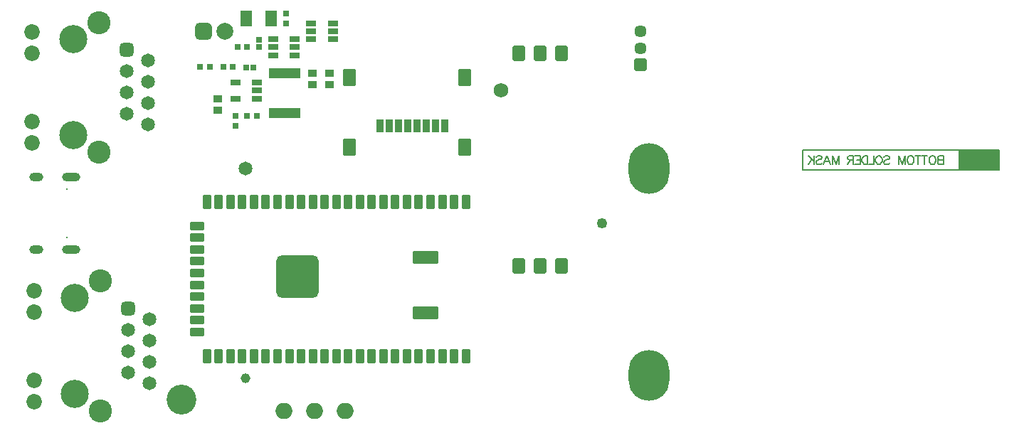
<source format=gbs>
G04*
G04 #@! TF.GenerationSoftware,Altium Limited,Altium Designer,20.0.2 (26)*
G04*
G04 Layer_Color=16711935*
%FSLAX44Y44*%
%MOMM*%
G71*
G01*
G75*
%ADD10C,0.2000*%
%ADD13C,0.1270*%
%ADD14R,4.8260X2.4130*%
%ADD41R,0.8000X0.6500*%
G04:AMPARAMS|DCode=43|XSize=0.69mm|YSize=0.65mm|CornerRadius=0.07mm|HoleSize=0mm|Usage=FLASHONLY|Rotation=0.000|XOffset=0mm|YOffset=0mm|HoleType=Round|Shape=RoundedRectangle|*
%AMROUNDEDRECTD43*
21,1,0.6900,0.5100,0,0,0.0*
21,1,0.5500,0.6500,0,0,0.0*
1,1,0.1400,0.2750,-0.2550*
1,1,0.1400,-0.2750,-0.2550*
1,1,0.1400,-0.2750,0.2550*
1,1,0.1400,0.2750,0.2550*
%
%ADD43ROUNDEDRECTD43*%
G04:AMPARAMS|DCode=46|XSize=0.69mm|YSize=0.65mm|CornerRadius=0.07mm|HoleSize=0mm|Usage=FLASHONLY|Rotation=270.000|XOffset=0mm|YOffset=0mm|HoleType=Round|Shape=RoundedRectangle|*
%AMROUNDEDRECTD46*
21,1,0.6900,0.5100,0,0,270.0*
21,1,0.5500,0.6500,0,0,270.0*
1,1,0.1400,-0.2550,-0.2750*
1,1,0.1400,-0.2550,0.2750*
1,1,0.1400,0.2550,0.2750*
1,1,0.1400,0.2550,-0.2750*
%
%ADD46ROUNDEDRECTD46*%
%ADD47R,0.6500X0.8000*%
%ADD63R,1.3500X1.8500*%
%ADD67C,1.4500*%
G04:AMPARAMS|DCode=68|XSize=1.45mm|YSize=1.45mm|CornerRadius=0.165mm|HoleSize=0mm|Usage=FLASHONLY|Rotation=90.000|XOffset=0mm|YOffset=0mm|HoleType=Round|Shape=RoundedRectangle|*
%AMROUNDEDRECTD68*
21,1,1.4500,1.1200,0,0,90.0*
21,1,1.1200,1.4500,0,0,90.0*
1,1,0.3300,0.5600,0.5600*
1,1,0.3300,0.5600,-0.5600*
1,1,0.3300,-0.5600,-0.5600*
1,1,0.3300,-0.5600,0.5600*
%
%ADD68ROUNDEDRECTD68*%
%ADD69C,1.2500*%
%ADD70C,1.7500*%
%ADD71C,3.5500*%
%ADD72O,4.8500X6.0500*%
%ADD73C,1.6500*%
%ADD74C,1.1500*%
%ADD75C,2.0000*%
G04:AMPARAMS|DCode=76|XSize=2mm|YSize=2mm|CornerRadius=0.5mm|HoleSize=0mm|Usage=FLASHONLY|Rotation=180.000|XOffset=0mm|YOffset=0mm|HoleType=Round|Shape=RoundedRectangle|*
%AMROUNDEDRECTD76*
21,1,2.0000,1.0000,0,0,180.0*
21,1,1.0000,2.0000,0,0,180.0*
1,1,1.0000,-0.5000,0.5000*
1,1,1.0000,0.5000,0.5000*
1,1,1.0000,0.5000,-0.5000*
1,1,1.0000,-0.5000,-0.5000*
%
%ADD76ROUNDEDRECTD76*%
%ADD77O,2.0000X1.9500*%
%ADD78C,0.3000*%
%ADD79O,2.1500X1.0500*%
%ADD80O,1.6500X1.0500*%
%ADD81C,3.3500*%
%ADD82C,2.7500*%
%ADD83C,1.8500*%
G04:AMPARAMS|DCode=84|XSize=1.65mm|YSize=1.65mm|CornerRadius=0.425mm|HoleSize=0mm|Usage=FLASHONLY|Rotation=90.000|XOffset=0mm|YOffset=0mm|HoleType=Round|Shape=RoundedRectangle|*
%AMROUNDEDRECTD84*
21,1,1.6500,0.8000,0,0,90.0*
21,1,0.8000,1.6500,0,0,90.0*
1,1,0.8500,0.4000,0.4000*
1,1,0.8500,0.4000,-0.4000*
1,1,0.8500,-0.4000,-0.4000*
1,1,0.8500,-0.4000,0.4000*
%
%ADD84ROUNDEDRECTD84*%
G04:AMPARAMS|DCode=122|XSize=1.85mm|YSize=1.45mm|CornerRadius=0.13mm|HoleSize=0mm|Usage=FLASHONLY|Rotation=270.000|XOffset=0mm|YOffset=0mm|HoleType=Round|Shape=RoundedRectangle|*
%AMROUNDEDRECTD122*
21,1,1.8500,1.1900,0,0,270.0*
21,1,1.5900,1.4500,0,0,270.0*
1,1,0.2600,-0.5950,-0.7950*
1,1,0.2600,-0.5950,0.7950*
1,1,0.2600,0.5950,0.7950*
1,1,0.2600,0.5950,-0.7950*
%
%ADD122ROUNDEDRECTD122*%
G04:AMPARAMS|DCode=123|XSize=1.25mm|YSize=0.7mm|CornerRadius=0.09mm|HoleSize=0mm|Usage=FLASHONLY|Rotation=180.000|XOffset=0mm|YOffset=0mm|HoleType=Round|Shape=RoundedRectangle|*
%AMROUNDEDRECTD123*
21,1,1.2500,0.5200,0,0,180.0*
21,1,1.0700,0.7000,0,0,180.0*
1,1,0.1800,-0.5350,0.2600*
1,1,0.1800,0.5350,0.2600*
1,1,0.1800,0.5350,-0.2600*
1,1,0.1800,-0.5350,-0.2600*
%
%ADD123ROUNDEDRECTD123*%
%ADD124R,1.0500X0.9500*%
G04:AMPARAMS|DCode=125|XSize=1.65mm|YSize=0.95mm|CornerRadius=0.0925mm|HoleSize=0mm|Usage=FLASHONLY|Rotation=90.000|XOffset=0mm|YOffset=0mm|HoleType=Round|Shape=RoundedRectangle|*
%AMROUNDEDRECTD125*
21,1,1.6500,0.7650,0,0,90.0*
21,1,1.4650,0.9500,0,0,90.0*
1,1,0.1850,0.3825,0.7325*
1,1,0.1850,0.3825,-0.7325*
1,1,0.1850,-0.3825,-0.7325*
1,1,0.1850,-0.3825,0.7325*
%
%ADD125ROUNDEDRECTD125*%
G04:AMPARAMS|DCode=126|XSize=1.65mm|YSize=0.95mm|CornerRadius=0.0925mm|HoleSize=0mm|Usage=FLASHONLY|Rotation=180.000|XOffset=0mm|YOffset=0mm|HoleType=Round|Shape=RoundedRectangle|*
%AMROUNDEDRECTD126*
21,1,1.6500,0.7650,0,0,180.0*
21,1,1.4650,0.9500,0,0,180.0*
1,1,0.1850,-0.7325,0.3825*
1,1,0.1850,0.7325,0.3825*
1,1,0.1850,0.7325,-0.3825*
1,1,0.1850,-0.7325,-0.3825*
%
%ADD126ROUNDEDRECTD126*%
G04:AMPARAMS|DCode=127|XSize=1.55mm|YSize=3.05mm|CornerRadius=0.175mm|HoleSize=0mm|Usage=FLASHONLY|Rotation=270.000|XOffset=0mm|YOffset=0mm|HoleType=Round|Shape=RoundedRectangle|*
%AMROUNDEDRECTD127*
21,1,1.5500,2.7000,0,0,270.0*
21,1,1.2000,3.0500,0,0,270.0*
1,1,0.3500,-1.3500,-0.6000*
1,1,0.3500,-1.3500,0.6000*
1,1,0.3500,1.3500,0.6000*
1,1,0.3500,1.3500,-0.6000*
%
%ADD127ROUNDEDRECTD127*%
G04:AMPARAMS|DCode=128|XSize=5.05mm|YSize=5.05mm|CornerRadius=0.65mm|HoleSize=0mm|Usage=FLASHONLY|Rotation=270.000|XOffset=0mm|YOffset=0mm|HoleType=Round|Shape=RoundedRectangle|*
%AMROUNDEDRECTD128*
21,1,5.0500,3.7500,0,0,270.0*
21,1,3.7500,5.0500,0,0,270.0*
1,1,1.3000,-1.8750,-1.8750*
1,1,1.3000,-1.8750,1.8750*
1,1,1.3000,1.8750,1.8750*
1,1,1.3000,1.8750,-1.8750*
%
%ADD128ROUNDEDRECTD128*%
G04:AMPARAMS|DCode=129|XSize=1.5mm|YSize=2.05mm|CornerRadius=0.1338mm|HoleSize=0mm|Usage=FLASHONLY|Rotation=180.000|XOffset=0mm|YOffset=0mm|HoleType=Round|Shape=RoundedRectangle|*
%AMROUNDEDRECTD129*
21,1,1.5000,1.7825,0,0,180.0*
21,1,1.2325,2.0500,0,0,180.0*
1,1,0.2675,-0.6163,0.8913*
1,1,0.2675,0.6163,0.8913*
1,1,0.2675,0.6163,-0.8913*
1,1,0.2675,-0.6163,-0.8913*
%
%ADD129ROUNDEDRECTD129*%
G04:AMPARAMS|DCode=130|XSize=0.85mm|YSize=1.55mm|CornerRadius=0.085mm|HoleSize=0mm|Usage=FLASHONLY|Rotation=180.000|XOffset=0mm|YOffset=0mm|HoleType=Round|Shape=RoundedRectangle|*
%AMROUNDEDRECTD130*
21,1,0.8500,1.3800,0,0,180.0*
21,1,0.6800,1.5500,0,0,180.0*
1,1,0.1700,-0.3400,0.6900*
1,1,0.1700,0.3400,0.6900*
1,1,0.1700,0.3400,-0.6900*
1,1,0.1700,-0.3400,-0.6900*
%
%ADD130ROUNDEDRECTD130*%
%ADD131R,3.7500X1.1500*%
G54D10*
X1940495Y1327670D02*
X2174175D01*
X1940495Y1303540D02*
X2174175D01*
X1940495D02*
Y1327670D01*
X2174175Y1303540D02*
Y1327670D01*
G54D13*
X2108134Y1320556D02*
Y1310398D01*
Y1320556D02*
X2103781D01*
X2102330Y1320072D01*
X2101846Y1319588D01*
X2101363Y1318621D01*
Y1317654D01*
X2101846Y1316686D01*
X2102330Y1316203D01*
X2103781Y1315719D01*
X2108134D02*
X2103781D01*
X2102330Y1315235D01*
X2101846Y1314751D01*
X2101363Y1313784D01*
Y1312333D01*
X2101846Y1311365D01*
X2102330Y1310882D01*
X2103781Y1310398D01*
X2108134D01*
X2096187Y1320556D02*
X2097154Y1320072D01*
X2098122Y1319105D01*
X2098605Y1318137D01*
X2099089Y1316686D01*
Y1314268D01*
X2098605Y1312817D01*
X2098122Y1311849D01*
X2097154Y1310882D01*
X2096187Y1310398D01*
X2094252D01*
X2093285Y1310882D01*
X2092317Y1311849D01*
X2091834Y1312817D01*
X2091350Y1314268D01*
Y1316686D01*
X2091834Y1318137D01*
X2092317Y1319105D01*
X2093285Y1320072D01*
X2094252Y1320556D01*
X2096187D01*
X2085594D02*
Y1310398D01*
X2088980Y1320556D02*
X2082208D01*
X2077613D02*
Y1310398D01*
X2080999Y1320556D02*
X2074227D01*
X2070115D02*
X2071083Y1320072D01*
X2072050Y1319105D01*
X2072534Y1318137D01*
X2073017Y1316686D01*
Y1314268D01*
X2072534Y1312817D01*
X2072050Y1311849D01*
X2071083Y1310882D01*
X2070115Y1310398D01*
X2068181D01*
X2067213Y1310882D01*
X2066246Y1311849D01*
X2065762Y1312817D01*
X2065278Y1314268D01*
Y1316686D01*
X2065762Y1318137D01*
X2066246Y1319105D01*
X2067213Y1320072D01*
X2068181Y1320556D01*
X2070115D01*
X2062908D02*
Y1310398D01*
Y1320556D02*
X2059038Y1310398D01*
X2055169Y1320556D02*
X2059038Y1310398D01*
X2055169Y1320556D02*
Y1310398D01*
X2037513Y1319105D02*
X2038481Y1320072D01*
X2039932Y1320556D01*
X2041867D01*
X2043318Y1320072D01*
X2044285Y1319105D01*
Y1318137D01*
X2043802Y1317170D01*
X2043318Y1316686D01*
X2042351Y1316203D01*
X2039448Y1315235D01*
X2038481Y1314751D01*
X2037997Y1314268D01*
X2037513Y1313300D01*
Y1311849D01*
X2038481Y1310882D01*
X2039932Y1310398D01*
X2041867D01*
X2043318Y1310882D01*
X2044285Y1311849D01*
X2032338Y1320556D02*
X2033305Y1320072D01*
X2034273Y1319105D01*
X2034756Y1318137D01*
X2035240Y1316686D01*
Y1314268D01*
X2034756Y1312817D01*
X2034273Y1311849D01*
X2033305Y1310882D01*
X2032338Y1310398D01*
X2030403D01*
X2029436Y1310882D01*
X2028468Y1311849D01*
X2027984Y1312817D01*
X2027501Y1314268D01*
Y1316686D01*
X2027984Y1318137D01*
X2028468Y1319105D01*
X2029436Y1320072D01*
X2030403Y1320556D01*
X2032338D01*
X2025131D02*
Y1310398D01*
X2019326D01*
X2018214Y1320556D02*
Y1310398D01*
Y1320556D02*
X2014828D01*
X2013377Y1320072D01*
X2012409Y1319105D01*
X2011926Y1318137D01*
X2011442Y1316686D01*
Y1314268D01*
X2011926Y1312817D01*
X2012409Y1311849D01*
X2013377Y1310882D01*
X2014828Y1310398D01*
X2018214D01*
X2002880Y1320556D02*
X2009168D01*
Y1310398D01*
X2002880D01*
X2009168Y1315719D02*
X2005299D01*
X2001187Y1320556D02*
Y1310398D01*
Y1320556D02*
X1996834D01*
X1995383Y1320072D01*
X1994899Y1319588D01*
X1994415Y1318621D01*
Y1317654D01*
X1994899Y1316686D01*
X1995383Y1316203D01*
X1996834Y1315719D01*
X2001187D01*
X1997801D02*
X1994415Y1310398D01*
X1984161Y1320556D02*
Y1310398D01*
Y1320556D02*
X1980291Y1310398D01*
X1976422Y1320556D02*
X1980291Y1310398D01*
X1976422Y1320556D02*
Y1310398D01*
X1965780D02*
X1969650Y1320556D01*
X1973519Y1310398D01*
X1972068Y1313784D02*
X1967231D01*
X1956638Y1319105D02*
X1957605Y1320072D01*
X1959056Y1320556D01*
X1960991D01*
X1962442Y1320072D01*
X1963410Y1319105D01*
Y1318137D01*
X1962926Y1317170D01*
X1962442Y1316686D01*
X1961475Y1316203D01*
X1958573Y1315235D01*
X1957605Y1314751D01*
X1957122Y1314268D01*
X1956638Y1313300D01*
Y1311849D01*
X1957605Y1310882D01*
X1959056Y1310398D01*
X1960991D01*
X1962442Y1310882D01*
X1963410Y1311849D01*
X1954364Y1320556D02*
Y1310398D01*
X1947593Y1320556D02*
X1954364Y1313784D01*
X1951946Y1316203D02*
X1947593Y1310398D01*
G54D14*
X2150045Y1315605D02*
D03*
G54D41*
X1268500Y1450000D02*
D03*
X1280000D02*
D03*
X1251500Y1426200D02*
D03*
X1263000D02*
D03*
X1223750D02*
D03*
X1235250D02*
D03*
X1291250Y1368500D02*
D03*
X1279750D02*
D03*
G54D43*
X1294250Y1450100D02*
D03*
Y1458900D02*
D03*
G54D46*
X1278350Y1426000D02*
D03*
X1287150D02*
D03*
G54D47*
X1326000Y1478250D02*
D03*
Y1489750D02*
D03*
X1265750Y1356250D02*
D03*
Y1367750D02*
D03*
G54D63*
X1308000Y1484000D02*
D03*
X1279000D02*
D03*
G54D67*
X1747500Y1468750D02*
D03*
Y1448750D02*
D03*
G54D68*
Y1428750D02*
D03*
G54D69*
X1702000Y1240200D02*
D03*
G54D70*
X1582000Y1398200D02*
D03*
G54D71*
X1202000Y1030000D02*
D03*
G54D72*
X1758000Y1059500D02*
D03*
Y1305500D02*
D03*
G54D73*
X1278000D02*
D03*
X1161950Y1357550D02*
D03*
X1136550Y1370250D02*
D03*
X1161950Y1382950D02*
D03*
X1136550Y1395650D02*
D03*
X1161950Y1408350D02*
D03*
X1136550Y1421050D02*
D03*
X1161950Y1433750D02*
D03*
X1163950Y1049550D02*
D03*
X1138550Y1062250D02*
D03*
X1163950Y1074950D02*
D03*
X1138550Y1087650D02*
D03*
X1163950Y1100350D02*
D03*
X1138550Y1113050D02*
D03*
X1163950Y1125750D02*
D03*
G54D74*
X1278000Y1055500D02*
D03*
G54D75*
X1253000Y1469250D02*
D03*
G54D76*
X1228000D02*
D03*
G54D77*
X1396091Y1016950D02*
D03*
X1360000Y1017000D02*
D03*
X1324000D02*
D03*
G54D78*
X1065700Y1280900D02*
D03*
Y1223100D02*
D03*
G54D79*
X1070700Y1208750D02*
D03*
Y1295250D02*
D03*
G54D80*
X1028900Y1208750D02*
D03*
Y1295250D02*
D03*
G54D81*
X1073050Y1344850D02*
D03*
Y1459150D02*
D03*
X1075050Y1036850D02*
D03*
Y1151150D02*
D03*
G54D82*
X1103550Y1324550D02*
D03*
Y1479450D02*
D03*
X1105550Y1016550D02*
D03*
Y1171450D02*
D03*
G54D83*
X1024050Y1335750D02*
D03*
Y1361150D02*
D03*
Y1442850D02*
D03*
Y1468250D02*
D03*
X1026050Y1027750D02*
D03*
Y1053150D02*
D03*
Y1134850D02*
D03*
Y1160250D02*
D03*
G54D84*
X1136550Y1446450D02*
D03*
X1138550Y1138450D02*
D03*
G54D122*
X1603000Y1189500D02*
D03*
X1628400D02*
D03*
X1653800D02*
D03*
X1603000Y1442500D02*
D03*
X1628400D02*
D03*
X1653800D02*
D03*
G54D123*
X1336700Y1440500D02*
D03*
Y1459500D02*
D03*
Y1450000D02*
D03*
X1310700Y1440500D02*
D03*
Y1459500D02*
D03*
Y1450000D02*
D03*
X1355750Y1478500D02*
D03*
Y1459500D02*
D03*
Y1469000D02*
D03*
X1381750Y1478500D02*
D03*
Y1459500D02*
D03*
Y1469000D02*
D03*
X1265750Y1407750D02*
D03*
Y1388750D02*
D03*
X1291750Y1398250D02*
D03*
Y1407750D02*
D03*
Y1388750D02*
D03*
G54D124*
X1245250Y1374750D02*
D03*
Y1388250D02*
D03*
X1357250Y1405750D02*
D03*
Y1419250D02*
D03*
X1377750Y1405750D02*
D03*
Y1419250D02*
D03*
G54D125*
X1344000Y1266000D02*
D03*
X1526000D02*
D03*
X1512000D02*
D03*
X1498000D02*
D03*
X1484000D02*
D03*
X1470000D02*
D03*
X1456000D02*
D03*
X1442000D02*
D03*
X1428000D02*
D03*
X1414000D02*
D03*
X1400000D02*
D03*
X1386000D02*
D03*
X1372000D02*
D03*
X1358000D02*
D03*
X1274000D02*
D03*
X1260000D02*
D03*
X1246000D02*
D03*
X1232000D02*
D03*
X1232000Y1082000D02*
D03*
X1246000D02*
D03*
X1260000D02*
D03*
X1274000D02*
D03*
X1288000D02*
D03*
X1302000D02*
D03*
X1316000D02*
D03*
X1330000D02*
D03*
X1344000D02*
D03*
X1358000D02*
D03*
X1372000D02*
D03*
X1386000D02*
D03*
X1400000D02*
D03*
X1414000D02*
D03*
X1428000D02*
D03*
X1442000D02*
D03*
X1456000D02*
D03*
X1470000D02*
D03*
X1498000D02*
D03*
X1512000D02*
D03*
X1526000D02*
D03*
X1540000D02*
D03*
X1540000Y1266000D02*
D03*
X1484000Y1082000D02*
D03*
X1302000Y1266000D02*
D03*
X1288000D02*
D03*
X1316000D02*
D03*
X1330000D02*
D03*
G54D126*
X1220000Y1237000D02*
D03*
Y1223000D02*
D03*
Y1209000D02*
D03*
Y1195000D02*
D03*
Y1181000D02*
D03*
Y1167000D02*
D03*
Y1153000D02*
D03*
Y1139000D02*
D03*
Y1125000D02*
D03*
Y1111000D02*
D03*
G54D127*
X1492000Y1134000D02*
D03*
Y1200000D02*
D03*
G54D128*
X1339340Y1176996D02*
D03*
G54D129*
X1401250Y1330500D02*
D03*
Y1413500D02*
D03*
X1538750D02*
D03*
Y1330500D02*
D03*
G54D130*
X1515000Y1356500D02*
D03*
X1504000D02*
D03*
X1493000D02*
D03*
X1482000D02*
D03*
X1471000D02*
D03*
X1460000D02*
D03*
X1449000D02*
D03*
X1438000D02*
D03*
G54D131*
X1324250Y1371233D02*
D03*
Y1419267D02*
D03*
M02*

</source>
